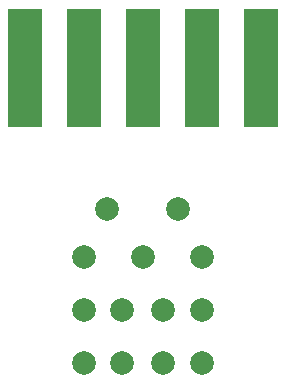
<source format=gbp>
G04*
G04 #@! TF.GenerationSoftware,Altium Limited,Altium Designer,21.3.2 (30)*
G04*
G04 Layer_Color=128*
%FSLAX25Y25*%
%MOIN*%
G70*
G04*
G04 #@! TF.SameCoordinates,B7D7C0A0-A55D-4CC8-836F-116C6F14137B*
G04*
G04*
G04 #@! TF.FilePolarity,Positive*
G04*
G01*
G75*
%ADD14R,0.11811X0.39370*%
%ADD15C,0.07874*%
D14*
X25591Y129921D02*
D03*
X64961D02*
D03*
X45276D02*
D03*
X84646D02*
D03*
X5906D02*
D03*
D15*
X64961Y66929D02*
D03*
X57087Y82677D02*
D03*
X45276Y66929D02*
D03*
X33465Y82677D02*
D03*
X25591Y66929D02*
D03*
X64961Y31496D02*
D03*
X52165D02*
D03*
X38386D02*
D03*
X25591D02*
D03*
X64961Y49213D02*
D03*
X52165D02*
D03*
X38386D02*
D03*
X25591D02*
D03*
M02*

</source>
